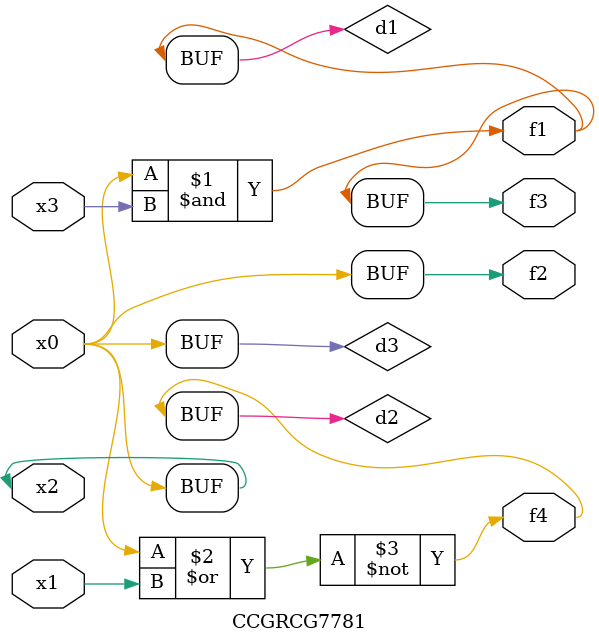
<source format=v>
module CCGRCG7781(
	input x0, x1, x2, x3,
	output f1, f2, f3, f4
);

	wire d1, d2, d3;

	and (d1, x2, x3);
	nor (d2, x0, x1);
	buf (d3, x0, x2);
	assign f1 = d1;
	assign f2 = d3;
	assign f3 = d1;
	assign f4 = d2;
endmodule

</source>
